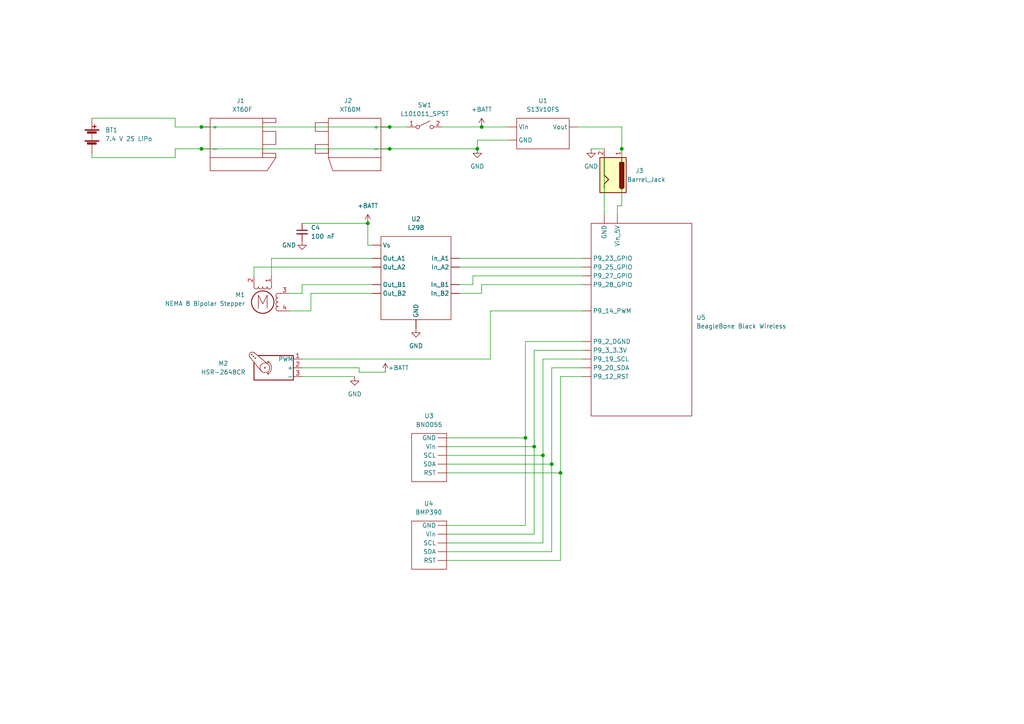
<source format=kicad_sch>
(kicad_sch (version 20211123) (generator eeschema)
  (paper "A4")
  (title_block (title "Payload Main Circuit") (date "2022-12-16") (rev "1.4"))
  (lib_symbols
    (symbol "Connector:Barrel_Jack" (pin_names (offset 1.016))
      (property "Reference" "J" (at 0 5.334 0))
      (property "Value" "Barrel_Jack" (at 0 -5.08 0))
      (symbol "Barrel_Jack_0_1"
        (rectangle (start -5.08 3.81) (end 5.08 -3.81) (stroke (width 0.254)) (fill (type background)))
        (arc (start -3.302 3.175) (mid -3.937 2.54) (end -3.302 1.905) (stroke (width 0.254)))
        (arc (start -3.302 3.175) (mid -3.937 2.54) (end -3.302 1.905) (stroke (width 0.254)) (fill (type outline)))
        (polyline (pts (xy 5.08 2.54) (xy 3.81 2.54)) (stroke (width 0.254)))
        (polyline (pts (xy -3.81 -2.54) (xy -2.54 -2.54) (xy -1.27 -1.27) (xy 0 -2.54) (xy 2.54 -2.54) (xy 5.08 -2.54)) (stroke (width 0.254)))
        (rectangle (start 3.683 3.175) (end -3.302 1.905) (stroke (width 0.254)) (fill (type outline)))
      )
      (symbol "Barrel_Jack_1_1"
        (pin passive line (at 7.62 2.54 180) (length 2.54) (name "~") (number "1"))
        (pin passive line (at 7.62 -2.54 180) (length 2.54) (name "~") (number "2"))
      )
    )
    (symbol "Device:Battery" (pin_numbers hide) (pin_names (offset 0) hide)
      (property "Reference" "BT" (at 2.54 2.54 0))
      (property "Value" "Battery" (at 2.54 0 0))
      (symbol "Battery_0_1"
        (rectangle (start -2.032 -1.397) (end 2.032 -1.651) (fill (type outline)))
        (rectangle (start -2.032 1.778) (end 2.032 1.524) (fill (type outline)))
        (rectangle (start -1.3208 -1.9812) (end 1.27 -2.4892) (fill (type outline)))
        (rectangle (start -1.3208 1.1938) (end 1.27 0.6858) (fill (type outline)))
        (polyline (pts (xy 0 -1.524) (xy 0 -1.27)))
        (polyline (pts (xy 0 -1.016) (xy 0 -0.762)))
        (polyline (pts (xy 0 -0.508) (xy 0 -0.254)))
        (polyline (pts (xy 0 0) (xy 0 0.254)))
        (polyline (pts (xy 0 0.508) (xy 0 0.762)))
        (polyline (pts (xy 0 1.778) (xy 0 2.54)))
        (polyline (pts (xy 0.254 2.667) (xy 1.27 2.667)) (stroke (width 0.254)))
        (polyline (pts (xy 0.762 3.175) (xy 0.762 2.159)) (stroke (width 0.254)))
      )
      (symbol "Battery_1_1"
        (pin passive line (at 0 5.08 270) (length 2.54) (name "+") (number "1"))
        (pin passive line (at 0 -5.08 90) (length 2.54) (name "-") (number "2"))
      )
    )
    (symbol "Device:C_Small" (pin_numbers hide) (pin_names (offset 0.254) hide)
      (property "Reference" "C" (at 0.254 1.778 0))
      (property "Value" "C_Small" (at 0.254 -2.032 0))
      (symbol "C_Small_0_1"
        (polyline (pts (xy -1.524 -0.508) (xy 1.524 -0.508)) (stroke (width 0.3302)))
        (polyline (pts (xy -1.524 0.508) (xy 1.524 0.508)) (stroke (width 0.3048)))
      )
      (symbol "C_Small_1_1"
        (pin passive line (at 0 2.54 270) (length 2.032) (name "~") (number "1"))
        (pin passive line (at 0 -2.54 90) (length 2.032) (name "~") (number "2"))
      )
    )
    (symbol "Motor:Motor_Servo" (pin_names (offset 0.0254))
      (property "Reference" "M" (at -5.08 4.445 0))
      (property "Value" "Motor_Servo" (at -5.08 -4.064 0))
      (symbol "Motor_Servo_0_1"
        (polyline (pts (xy 2.413 -1.778) (xy 2.032 -1.778)))
        (polyline (pts (xy 2.413 -1.778) (xy 2.286 -1.397)))
        (polyline (pts (xy 2.413 1.778) (xy 1.905 1.778)))
        (polyline (pts (xy 2.413 1.778) (xy 2.286 1.397)))
        (polyline (pts (xy 6.35 4.445) (xy 2.54 1.27)))
        (polyline (pts (xy 7.62 3.175) (xy 4.191 -1.016)))
        (polyline (pts (xy 5.08 3.556) (xy -5.08 3.556) (xy -5.08 -3.556) (xy 6.35 -3.556) (xy 6.35 1.524)) (stroke (width 0.254)))
        (arc (start 2.413 1.778) (mid 1.2406 0) (end 2.413 -1.778))
        (circle (center 3.175 0) (radius 0.1778))
        (circle (center 3.175 0) (radius 1.4224))
        (circle (center 5.969 2.794) (radius 0.127))
        (circle (center 6.477 3.302) (radius 0.127))
        (circle (center 6.985 3.81) (radius 0.127))
        (arc (start 7.62 3.175) (mid 7.4485 4.2735) (end 6.35 4.445))
      )
      (symbol "Motor_Servo_1_1"
        (pin passive line (at -7.62 2.54 0) (length 2.54) (name "PWM") (number "1"))
        (pin passive line (at -7.62 0 0) (length 2.54) (name "+") (number "2"))
        (pin passive line (at -7.62 -2.54 0) (length 2.54) (name "-") (number "3"))
      )
    )
    (symbol "Motor:Stepper_Motor_bipolar" (pin_names (offset 0) hide)
      (property "Reference" "M" (at 3.81 2.54 0))
      (property "Value" "Stepper_Motor_bipolar" (at 3.81 1.27 0))
      (symbol "Stepper_Motor_bipolar_0_0"
        (polyline (pts (xy -1.27 -1.778) (xy -1.27 2.032) (xy 0 -0.508) (xy 1.27 2.032) (xy 1.27 -1.778)))
      )
      (symbol "Stepper_Motor_bipolar_0_1"
        (arc (start -4.445 -2.54) (mid -3.81 -1.905) (end -4.445 -1.27))
        (arc (start -4.445 -1.27) (mid -3.81 -0.635) (end -4.445 0))
        (arc (start -4.445 0) (mid -3.81 0.635) (end -4.445 1.27))
        (arc (start -4.445 1.27) (mid -3.81 1.905) (end -4.445 2.54))
        (arc (start -2.54 4.445) (mid -1.905 3.81) (end -1.27 4.445))
        (arc (start -1.27 4.445) (mid -0.635 3.81) (end 0 4.445))
        (polyline (pts (xy -5.08 -2.54) (xy -4.445 -2.54)))
        (polyline (pts (xy -5.08 2.54) (xy -4.445 2.54)))
        (polyline (pts (xy -2.54 5.08) (xy -2.54 4.445)))
        (polyline (pts (xy 2.54 5.08) (xy 2.54 4.445)))
        (circle (center 0 0) (radius 3.2512) (stroke (width 0.254)))
        (arc (start 0 4.445) (mid 0.635 3.81) (end 1.27 4.445))
        (arc (start 1.27 4.445) (mid 1.905 3.81) (end 2.54 4.445))
      )
      (symbol "Stepper_Motor_bipolar_1_1"
        (pin passive line (at -2.54 7.62 270) (length 2.54) (name "~") (number "1"))
        (pin passive line (at 2.54 7.62 270) (length 2.54) (name "-") (number "2"))
        (pin passive line (at -7.62 2.54 0) (length 2.54) (name "~") (number "3"))
        (pin passive line (at -7.62 -2.54 0) (length 2.54) (name "~") (number "4"))
      )
    )
    (symbol "Switch:SW_SPST" (pin_names (offset 0) hide)
      (property "Reference" "SW" (at 0 3.175 0))
      (property "Value" "SW_SPST" (at 0 -2.54 0))
      (symbol "SW_SPST_0_0"
        (circle (center -2.032 0) (radius 0.508))
        (polyline (pts (xy -1.524 0.254) (xy 1.524 1.778)))
        (circle (center 2.032 0) (radius 0.508))
      )
      (symbol "SW_SPST_1_1"
        (pin passive line (at -5.08 0 0) (length 2.54) (name "A") (number "1"))
        (pin passive line (at 5.08 0 180) (length 2.54) (name "B") (number "2"))
      )
    )
    (symbol "payload_symbol_library:BBB_Wireless_Reduced"
      (property "Reference" "U" (at 21.59 3.81 0))
      (property "Value" "BBB_Wireless_Reduced" (at 24.13 1.27 0))
      (symbol "BBB_Wireless_Reduced_0_1"
        (rectangle (start 0 0) (end 29.21 -55.88))
      )
      (symbol "BBB_Wireless_Reduced_1_1"
        (pin power_in line (at 3.81 2.54 270) (length 2.54) (name "GND") (number ""))
        (pin output line (at -2.54 -44.45 0) (length 2.54) (name "P9_12_RST") (number ""))
        (pin output line (at -2.54 -25.4 0) (length 2.54) (name "P9_14_PWM") (number ""))
        (pin output line (at -2.54 -39.37 0) (length 2.54) (name "P9_19_SCL") (number ""))
        (pin bidirectional line (at -2.54 -41.91 0) (length 2.54) (name "P9_20_SDA") (number ""))
        (pin output line (at -2.54 -10.16 0) (length 2.54) (name "P9_23_GPIO") (number ""))
        (pin output line (at -2.54 -12.7 0) (length 2.54) (name "P9_25_GPIO") (number ""))
        (pin output line (at -2.54 -15.24 0) (length 2.54) (name "P9_27_GPIO") (number ""))
        (pin output line (at -2.54 -17.78 0) (length 2.54) (name "P9_28_GPIO") (number ""))
        (pin power_out line (at -2.54 -34.29 0) (length 2.54) (name "P9_2_DGND") (number ""))
        (pin power_out line (at -2.54 -36.83 0) (length 2.54) (name "P9_3_3.3V") (number ""))
        (pin power_in line (at 7.62 2.54 270) (length 2.54) (name "Vin_5V") (number ""))
      )
    )
    (symbol "payload_symbol_library:BMP390"
      (property "Reference" "U" (at -6.35 3.81 0))
      (property "Value" "BMP390" (at -3.81 1.27 0))
      (symbol "BMP390_0_1"
        (rectangle (start -10.16 0) (end 0 -13.97))
      )
      (symbol "BMP390_1_1"
        (pin power_in line (at -10.16 -1.27 0) (length 2.54) (name "GND") (number ""))
        (pin input line (at -10.16 -11.43 0) (length 2.54) (name "RST") (number ""))
        (pin input line (at -10.16 -6.35 0) (length 2.54) (name "SCL") (number ""))
        (pin bidirectional line (at -10.16 -8.89 0) (length 2.54) (name "SDA") (number ""))
        (pin power_in line (at -10.16 -3.81 0) (length 2.54) (name "Vin") (number ""))
      )
    )
    (symbol "payload_symbol_library:BNO055"
      (property "Reference" "U" (at -6.35 3.81 0))
      (property "Value" "BNO055" (at -3.81 1.27 0))
      (symbol "BNO055_0_1"
        (rectangle (start -10.16 0) (end 0 -13.97))
      )
      (symbol "BNO055_1_1"
        (pin power_in line (at -10.16 -1.27 0) (length 2.54) (name "GND") (number ""))
        (pin input line (at -10.16 -11.43 0) (length 2.54) (name "RST") (number ""))
        (pin input line (at -10.16 -6.35 0) (length 2.54) (name "SCL") (number ""))
        (pin bidirectional line (at -10.16 -8.89 0) (length 2.54) (name "SDA") (number ""))
        (pin power_in line (at -10.16 -3.81 0) (length 2.54) (name "Vin") (number ""))
      )
    )
    (symbol "payload_symbol_library:L298"
      (property "Reference" "U" (at 2.54 3.81 0))
      (property "Value" "L298" (at 2.54 1.27 0))
      (symbol "L298_0_0"
        (rectangle (start 0 0) (end 20.32 -24.13))
      )
      (symbol "L298_1_1"
        (pin power_in line (at 10.16 -26.67 90) (length 2.54) (name "GND") (number ""))
        (pin input line (at 22.86 -6.35 180) (length 2.54) (name "In_A1") (number ""))
        (pin input line (at 22.86 -8.89 180) (length 2.54) (name "In_A2") (number ""))
        (pin input line (at 22.86 -13.97 180) (length 2.54) (name "In_B1") (number ""))
        (pin input line (at 22.86 -16.51 180) (length 2.54) (name "In_B2") (number ""))
        (pin output line (at -2.54 -6.35 0) (length 2.54) (name "Out_A1") (number ""))
        (pin output line (at -2.54 -8.89 0) (length 2.54) (name "Out_A2") (number ""))
        (pin output line (at -2.54 -13.97 0) (length 2.54) (name "Out_B1") (number ""))
        (pin output line (at -2.54 -16.51 0) (length 2.54) (name "Out_B2") (number ""))
        (pin power_in line (at -2.54 -2.54 0) (length 2.54) (name "Vs") (number ""))
      )
    )
    (symbol "payload_symbol_library:S13V10FS"
      (property "Reference" "U" (at 0 1.27 0))
      (property "Value" "S13V10FS" (at 3.81 3.81 0))
      (symbol "S13V10FS_0_1"
        (rectangle (start -15.24 0) (end 0 -8.89))
      )
      (symbol "S13V10FS_1_1"
        (pin power_in line (at -17.78 -6.35 0) (length 2.54) (name "GND") (number ""))
        (pin power_in line (at -17.78 -2.54 0) (length 2.54) (name "Vin") (number ""))
        (pin power_out line (at 2.54 -2.54 180) (length 2.54) (name "Vout") (number ""))
      )
    )
    (symbol "payload_symbol_library:XT60F"
      (property "Reference" "C" (at 0 0 0))
      (property "Value" "XT60F" (at 1.27 2.54 0))
      (symbol "XT60F_0_0"
        (polyline (pts (xy 0 -12.7) (xy 2.54 -16.51) (xy 19.05 -16.51) (xy 19.05 -12.7)))
      )
      (symbol "XT60F_0_1"
        (polyline (pts (xy 3.81 -2.54) (xy 0 -2.54)))
        (polyline (pts (xy 0 -11.43) (xy 3.81 -11.43) (xy 3.81 -10.16)))
        (polyline (pts (xy 3.81 -12.7) (xy 0 -12.7) (xy 0 -11.43)))
        (polyline (pts (xy 3.81 -1.27) (xy 0 -1.27) (xy 0 -2.54)))
        (polyline (pts (xy 3.81 -8.89) (xy 0 -8.89) (xy 0 -5.08) (xy 3.81 -5.08)))
        (rectangle (start 3.81 -1.27) (end 19.05 -12.7))
      )
      (symbol "XT60F_1_1"
        (pin power_out line (at 21.59 -3.81 180) (length 2.54) (name "+") (number ""))
        (pin power_out line (at 21.59 -10.16 180) (length 2.54) (name "-") (number ""))
      )
    )
    (symbol "payload_symbol_library:XT60M"
      (property "Reference" "C" (at 0 0 0))
      (property "Value" "XT60M" (at 1.27 2.54 0))
      (symbol "XT60M_0_0"
        (polyline (pts (xy 0 -13.97) (xy 1.27 -17.78) (xy 15.24 -17.78) (xy 15.24 -13.97)))
      )
      (symbol "XT60M_0_1"
        (rectangle (start 0 -2.54) (end 15.24 -13.97))
        (polyline (pts (xy 0 -3.81) (xy -3.81 -3.81) (xy -3.81 -6.35) (xy 0 -6.35)))
        (polyline (pts (xy 0 -10.16) (xy -3.81 -10.16) (xy -3.81 -12.7) (xy 0 -12.7) (xy 0 -11.43)))
      )
      (symbol "XT60M_1_1"
        (pin power_out line (at 17.78 -5.08 180) (length 2.54) (name "+") (number ""))
        (pin power_out line (at 17.78 -11.43 180) (length 2.54) (name "-") (number ""))
      )
    )
    (symbol "power:+BATT" (power) (pin_names (offset 0))
      (property "Value" "+BATT" (at 0 3.556 0))
      (symbol "+BATT_0_1"
        (polyline (pts (xy -0.762 1.27) (xy 0 2.54)))
        (polyline (pts (xy 0 0) (xy 0 2.54)))
        (polyline (pts (xy 0 2.54) (xy 0.762 1.27)))
      )
      (symbol "+BATT_1_1"
        (pin power_in line (at 0 0 90) (length 0) hide (name "+BATT") (number "1"))
      )
    )
    (symbol "power:GND" (power) (pin_names (offset 0))
      (property "Value" "GND" (at 0 -3.81 0))
      (symbol "GND_0_1"
        (polyline (pts (xy 0 0) (xy 0 -1.27) (xy 1.27 -1.27) (xy 0 -2.54) (xy -1.27 -1.27) (xy 0 -1.27)))
      )
      (symbol "GND_1_1"
        (pin power_in line (at 0 0 270) (length 0) hide (name "GND") (number "1"))
      )
    )
  )
  (junction (at 160.02 134.62))
  (junction (at 106.68 64.77))
  (junction (at 180.34 43.18))
  (junction (at 139.7 36.83))
  (junction (at 113.03 43.18))
  (junction (at 152.4 127))
  (junction (at 157.48 132.08))
  (junction (at 154.94 129.54))
  (junction (at 162.56 137.16))
  (junction (at 138.43 43.18))
  (junction (at 58.42 43.18))
  (junction (at 113.03 36.83))
  (junction (at 58.42 36.83))
  (wire (pts (xy 152.4 127) (xy 152.4 152.4)))
  (wire (pts (xy 157.48 132.08) (xy 157.48 157.48)))
  (wire (pts (xy 138.43 40.64) (xy 147.32 40.64)))
  (wire (pts (xy 73.66 77.47) (xy 107.95 77.47)))
  (wire (pts (xy 154.94 129.54) (xy 129.54 129.54)))
  (wire (pts (xy 50.8 45.72) (xy 26.67 45.72)))
  (wire (pts (xy 78.74 74.93) (xy 78.74 80.01)))
  (wire (pts (xy 175.26 45.72) (xy 175.26 62.23)))
  (wire (pts (xy 137.16 82.55) (xy 133.35 82.55)))
  (wire (pts (xy 50.8 34.29) (xy 50.8 36.83)))
  (wire (pts (xy 167.64 36.83) (xy 180.34 36.83)))
  (wire (pts (xy 106.68 64.77) (xy 106.68 71.12)))
  (wire (pts (xy 87.63 104.14) (xy 142.24 104.14)))
  (wire (pts (xy 179.07 59.69) (xy 180.34 59.69)))
  (wire (pts (xy 139.7 85.09) (xy 139.7 82.55)))
  (wire (pts (xy 137.16 80.01) (xy 137.16 82.55)))
  (wire (pts (xy 179.07 62.23) (xy 179.07 59.69)))
  (wire (pts (xy 129.54 154.94) (xy 154.94 154.94)))
  (wire (pts (xy 129.54 160.02) (xy 160.02 160.02)))
  (wire (pts (xy 162.56 137.16) (xy 162.56 162.56)))
  (wire (pts (xy 50.8 43.18) (xy 50.8 45.72)))
  (wire (pts (xy 90.17 85.09) (xy 107.95 85.09)))
  (wire (pts (xy 142.24 90.17) (xy 168.91 90.17)))
  (wire (pts (xy 90.17 90.17) (xy 90.17 85.09)))
  (wire (pts (xy 154.94 154.94) (xy 154.94 129.54)))
  (wire (pts (xy 160.02 160.02) (xy 160.02 134.62)))
  (wire (pts (xy 129.54 152.4) (xy 152.4 152.4)))
  (wire (pts (xy 87.63 64.77) (xy 106.68 64.77)))
  (wire (pts (xy 180.34 43.18) (xy 180.34 59.69)))
  (wire (pts (xy 160.02 134.62) (xy 129.54 134.62)))
  (wire (pts (xy 157.48 132.08) (xy 157.48 104.14)))
  (wire (pts (xy 157.48 157.48) (xy 129.54 157.48)))
  (wire (pts (xy 168.91 101.6) (xy 154.94 101.6)))
  (wire (pts (xy 107.95 74.93) (xy 78.74 74.93)))
  (wire (pts (xy 180.34 36.83) (xy 180.34 43.18)))
  (wire (pts (xy 26.67 34.29) (xy 50.8 34.29)))
  (wire (pts (xy 58.42 43.18) (xy 113.03 43.18)))
  (wire (pts (xy 133.35 74.93) (xy 168.91 74.93)))
  (wire (pts (xy 162.56 109.22) (xy 168.91 109.22)))
  (wire (pts (xy 128.27 36.83) (xy 139.7 36.83)))
  (wire (pts (xy 133.35 85.09) (xy 139.7 85.09)))
  (wire (pts (xy 160.02 106.68) (xy 160.02 134.62)))
  (wire (pts (xy 58.42 36.83) (xy 113.03 36.83)))
  (wire (pts (xy 87.63 109.22) (xy 102.87 109.22)))
  (wire (pts (xy 87.63 85.09) (xy 87.63 82.55)))
  (wire (pts (xy 133.35 77.47) (xy 168.91 77.47)))
  (wire (pts (xy 138.43 43.18) (xy 138.43 40.64)))
  (wire (pts (xy 113.03 43.18) (xy 138.43 43.18)))
  (wire (pts (xy 171.45 43.18) (xy 175.26 43.18)))
  (wire (pts (xy 157.48 104.14) (xy 168.91 104.14)))
  (wire (pts (xy 152.4 127) (xy 152.4 99.06)))
  (wire (pts (xy 154.94 101.6) (xy 154.94 129.54)))
  (wire (pts (xy 162.56 137.16) (xy 162.56 109.22)))
  (wire (pts (xy 83.82 90.17) (xy 90.17 90.17)))
  (wire (pts (xy 129.54 127) (xy 152.4 127)))
  (wire (pts (xy 106.68 71.12) (xy 107.95 71.12)))
  (wire (pts (xy 152.4 99.06) (xy 168.91 99.06)))
  (wire (pts (xy 139.7 82.55) (xy 168.91 82.55)))
  (wire (pts (xy 104.14 106.68) (xy 87.63 106.68)))
  (wire (pts (xy 162.56 162.56) (xy 129.54 162.56)))
  (wire (pts (xy 50.8 43.18) (xy 58.42 43.18)))
  (wire (pts (xy 87.63 82.55) (xy 107.95 82.55)))
  (wire (pts (xy 168.91 106.68) (xy 160.02 106.68)))
  (wire (pts (xy 73.66 77.47) (xy 73.66 80.01)))
  (wire (pts (xy 104.14 107.95) (xy 111.76 107.95)))
  (wire (pts (xy 129.54 137.16) (xy 162.56 137.16)))
  (wire (pts (xy 50.8 36.83) (xy 58.42 36.83)))
  (wire (pts (xy 142.24 104.14) (xy 142.24 90.17)))
  (wire (pts (xy 168.91 80.01) (xy 137.16 80.01)))
  (wire (pts (xy 26.67 45.72) (xy 26.67 44.45)))
  (wire (pts (xy 104.14 107.95) (xy 104.14 106.68)))
  (wire (pts (xy 113.03 36.83) (xy 118.11 36.83)))
  (wire (pts (xy 83.82 85.09) (xy 87.63 85.09)))
  (wire (pts (xy 139.7 36.83) (xy 147.32 36.83)))
  (wire (pts (xy 129.54 132.08) (xy 157.48 132.08)))
  (symbol (lib_id "payload_symbol_library:BMP390") (at 119.38 151.13 0) (mirror y) (unit 1)
    (property "Reference" "U4" (at 125.73 146.05 0) (effects (justify left)))
    (property "Value" "BMP390" (at 128.27 148.59 0) (effects (justify left)))
  )
  (symbol (lib_id "power:GND") (at 102.87 109.22 0) (unit 1)
    (property "Reference" "#PWR0107" (effects hide))
    (property "Value" "GND" (at 102.87 114.3 0))
  )
  (symbol (lib_id "power:GND") (at 138.43 43.18 0) (unit 1)
    (property "Reference" "#PWR0102" (effects hide))
    (property "Value" "GND" (at 138.43 48.26 0))
  )
  (symbol (lib_id "power:+BATT") (at 106.68 64.77 0) (unit 1)
    (property "Reference" "#PWR0101" (effects hide))
    (property "Value" "+BATT" (at 106.68 59.69 0))
  )
  (symbol (lib_id "power:GND") (at 171.45 43.18 0) (unit 1)
    (property "Reference" "#PWR0104" (effects hide))
    (property "Value" "GND" (at 171.45 48.26 0))
  )
  (symbol (lib_id "Motor:Motor_Servo") (at 80.01 106.68 0) (mirror y) (unit 1)
    (property "Reference" "M2" (at 64.77 105.41 0))
    (property "Value" "HSR-2648CR" (at 64.77 107.95 0))
    (property "Datasheet" "http://forums.parallax.com/uploads/attachments/46831/74481.png" (effects hide))
  )
  (symbol (lib_id "payload_symbol_library:S13V10FS") (at 165.1 34.29 0) (unit 1)
    (property "Reference" "U1" (at 157.48 29.21 0))
    (property "Value" "S13V10FS" (at 157.48 31.75 0))
  )
  (symbol (lib_id "payload_symbol_library:XT60M") (at 95.25 31.75 0) (unit 1)
    (property "Reference" "J2" (at 100.965 29.21 0))
    (property "Value" "XT60M" (at 101.6 31.75 0))
  )
  (symbol (lib_id "power:+BATT") (at 139.7 36.83 0) (unit 1)
    (property "Reference" "#PWR0103" (effects hide))
    (property "Value" "+BATT" (at 139.7 31.75 0))
  )
  (symbol (lib_id "payload_symbol_library:XT60F") (at 80.01 33.02 0) (mirror y) (unit 1)
    (property "Reference" "J1" (at 68.58 29.21 0) (effects (justify right)))
    (property "Value" "XT60F" (at 67.31 31.75 0) (effects (justify right)))
  )
  (symbol (lib_id "power:GND") (at 120.65 95.25 0) (unit 1)
    (property "Reference" "#PWR0106" (effects hide))
    (property "Value" "GND" (at 120.65 100.33 0))
  )
  (symbol (lib_id "payload_symbol_library:BBB_Wireless_Reduced") (at 171.45 64.77 0) (unit 1)
    (property "Reference" "U5" (at 201.93 92.0749 0) (effects (justify left)))
    (property "Value" "BeagleBone Black Wireless" (at 201.93 94.6149 0) (effects (justify left)))
  )
  (symbol (lib_id "payload_symbol_library:L298") (at 110.49 68.58 0) (unit 1)
    (property "Reference" "U2" (at 120.65 63.5 0))
    (property "Value" "L298" (at 120.65 66.04 0))
  )
  (symbol (lib_id "power:GND") (at 87.63 69.85 0) (unit 1)
    (property "Reference" "#PWR01" (effects hide))
    (property "Value" "GND" (at 83.82 71.12 0))
  )
  (symbol (lib_id "payload_symbol_library:BNO055") (at 119.38 125.73 0) (mirror y) (unit 1)
    (property "Reference" "U3" (at 124.46 120.65 0))
    (property "Value" "BNO055" (at 124.46 123.19 0))
  )
  (symbol (lib_id "Motor:Stepper_Motor_bipolar") (at 76.2 87.63 0) (mirror y) (unit 1)
    (property "Reference" "M1" (at 71.12 85.509 0) (effects (justify left)))
    (property "Value" "NEMA 8 Bipolar Stepper" (at 71.12 88.049 0) (effects (justify left)))
    (property "Datasheet" "http://www.infineon.com/dgdl/Application-Note-TLE8110EE_driving_UniPolarStepperMotor_V1.1.pdf?fileId=db3a30431be39b97011be5d0aa0a00b0" (effects hide))
  )
  (symbol (lib_id "Connector:Barrel_Jack") (at 177.8 50.8 270) (mirror x) (unit 1)
    (property "Reference" "J3" (at 186.69 49.53 90) (effects (justify right)))
    (property "Value" "Barrel_Jack" (at 193.04 52.07 90) (effects (justify right)))
  )
  (symbol (lib_id "Device:C_Small") (at 87.63 67.31 0) (unit 1)
    (property "Reference" "C4" (at 90.17 66.0462 0) (effects (justify left)))
    (property "Value" "100 nF" (at 90.17 68.5862 0) (effects (justify left)))
  )
  (symbol (lib_id "Switch:SW_SPST") (at 123.19 36.83 0) (unit 1)
    (property "Reference" "SW1" (at 123.19 30.48 0))
    (property "Value" "L101011_SPST" (at 123.19 33.02 0))
  )
  (symbol (lib_id "power:+BATT") (at 111.76 107.95 0) (unit 1)
    (property "Reference" "#PWR0105" (effects hide))
    (property "Value" "+BATT" (at 115.57 106.68 0))
  )
  (symbol (lib_id "Device:Battery") (at 26.67 39.37 0) (unit 1)
    (property "Reference" "BT1" (at 30.48 37.7189 0) (effects (justify left)))
    (property "Value" "7.4 V 2S LiPo" (at 30.48 40.2589 0) (effects (justify left)))
  )
)
</source>
